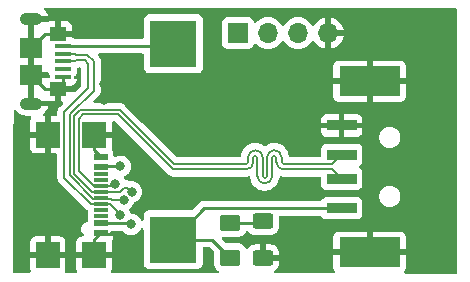
<source format=gbr>
%TF.GenerationSoftware,KiCad,Pcbnew,7.0.1*%
%TF.CreationDate,2024-02-20T00:05:38-05:00*%
%TF.ProjectId,usb test board,75736220-7465-4737-9420-626f6172642e,rev?*%
%TF.SameCoordinates,Original*%
%TF.FileFunction,Copper,L1,Top*%
%TF.FilePolarity,Positive*%
%FSLAX46Y46*%
G04 Gerber Fmt 4.6, Leading zero omitted, Abs format (unit mm)*
G04 Created by KiCad (PCBNEW 7.0.1) date 2024-02-20 00:05:38*
%MOMM*%
%LPD*%
G01*
G04 APERTURE LIST*
G04 Aperture macros list*
%AMRoundRect*
0 Rectangle with rounded corners*
0 $1 Rounding radius*
0 $2 $3 $4 $5 $6 $7 $8 $9 X,Y pos of 4 corners*
0 Add a 4 corners polygon primitive as box body*
4,1,4,$2,$3,$4,$5,$6,$7,$8,$9,$2,$3,0*
0 Add four circle primitives for the rounded corners*
1,1,$1+$1,$2,$3*
1,1,$1+$1,$4,$5*
1,1,$1+$1,$6,$7*
1,1,$1+$1,$8,$9*
0 Add four rect primitives between the rounded corners*
20,1,$1+$1,$2,$3,$4,$5,0*
20,1,$1+$1,$4,$5,$6,$7,0*
20,1,$1+$1,$6,$7,$8,$9,0*
20,1,$1+$1,$8,$9,$2,$3,0*%
G04 Aperture macros list end*
%TA.AperFunction,SMDPad,CuDef*%
%ADD10R,4.000000X4.000000*%
%TD*%
%TA.AperFunction,SMDPad,CuDef*%
%ADD11RoundRect,0.250000X0.625000X-0.400000X0.625000X0.400000X-0.625000X0.400000X-0.625000X-0.400000X0*%
%TD*%
%TA.AperFunction,ComponentPad*%
%ADD12C,2.000000*%
%TD*%
%TA.AperFunction,SMDPad,CuDef*%
%ADD13R,2.500000X0.900000*%
%TD*%
%TA.AperFunction,SMDPad,CuDef*%
%ADD14R,5.150000X2.500000*%
%TD*%
%TA.AperFunction,ComponentPad*%
%ADD15R,1.700000X1.700000*%
%TD*%
%TA.AperFunction,ComponentPad*%
%ADD16O,1.700000X1.700000*%
%TD*%
%TA.AperFunction,SMDPad,CuDef*%
%ADD17RoundRect,0.250001X-0.624999X0.462499X-0.624999X-0.462499X0.624999X-0.462499X0.624999X0.462499X0*%
%TD*%
%TA.AperFunction,SMDPad,CuDef*%
%ADD18R,1.400000X0.400000*%
%TD*%
%TA.AperFunction,ComponentPad*%
%ADD19O,1.900000X1.050000*%
%TD*%
%TA.AperFunction,SMDPad,CuDef*%
%ADD20R,1.450000X1.150000*%
%TD*%
%TA.AperFunction,SMDPad,CuDef*%
%ADD21R,1.900000X1.750000*%
%TD*%
%TA.AperFunction,SMDPad,CuDef*%
%ADD22R,1.150000X0.600000*%
%TD*%
%TA.AperFunction,SMDPad,CuDef*%
%ADD23R,1.150000X0.300000*%
%TD*%
%TA.AperFunction,SMDPad,CuDef*%
%ADD24R,2.000000X2.180000*%
%TD*%
%TA.AperFunction,ViaPad*%
%ADD25C,0.800000*%
%TD*%
%TA.AperFunction,Conductor*%
%ADD26C,0.200000*%
%TD*%
%TA.AperFunction,Conductor*%
%ADD27C,0.250000*%
%TD*%
G04 APERTURE END LIST*
D10*
%TO.P,TP1,1,1*%
%TO.N,/VCC_5V*%
X99833000Y-92464000D03*
%TD*%
D11*
%TO.P,R1,1*%
%TO.N,GND*%
X107418000Y-110596000D03*
%TO.P,R1,2*%
%TO.N,Net-(D1-K)*%
X107418000Y-107496000D03*
%TD*%
D12*
%TO.P,J3,1,Pin_1*%
%TO.N,/VCC_5V*%
X99400000Y-92020000D03*
%TD*%
D10*
%TO.P,TP2,1,1*%
%TO.N,/5V*%
X99801000Y-109031000D03*
%TD*%
D12*
%TO.P,J4,1,Pin_1*%
%TO.N,/5V*%
X99350000Y-109480000D03*
%TD*%
D13*
%TO.P,J2,1,1*%
%TO.N,/5V*%
X114065000Y-106373000D03*
%TO.P,J2,2,2*%
%TO.N,/DN*%
X114065000Y-103873000D03*
%TO.P,J2,3,3*%
%TO.N,/DP*%
X114065000Y-101873000D03*
%TO.P,J2,4,4*%
%TO.N,GND*%
X114065000Y-99373000D03*
D14*
%TO.P,J2,SH1,SHIELD*%
X116440000Y-110123000D03*
%TO.P,J2,SH2,SHIELD*%
X116440000Y-95623000D03*
%TD*%
D15*
%TO.P,J1,1,Pin_1*%
%TO.N,/5V*%
X105299000Y-91551000D03*
D16*
%TO.P,J1,2,Pin_2*%
%TO.N,/DN*%
X107839000Y-91551000D03*
%TO.P,J1,3,Pin_3*%
%TO.N,/DP*%
X110379000Y-91551000D03*
%TO.P,J1,4,Pin_4*%
%TO.N,GND*%
X112919000Y-91551000D03*
%TD*%
D17*
%TO.P,D1,1,K*%
%TO.N,Net-(D1-K)*%
X104649000Y-107591500D03*
%TO.P,D1,2,A*%
%TO.N,/5V*%
X104649000Y-110566500D03*
%TD*%
D18*
%TO.P,J6,1,VBUS*%
%TO.N,/VCC_5V*%
X90452000Y-92641000D03*
%TO.P,J6,2,D-*%
%TO.N,/DN*%
X90452000Y-93291000D03*
%TO.P,J6,3,D+*%
%TO.N,/DP*%
X90452000Y-93941000D03*
%TO.P,J6,4,ID*%
%TO.N,unconnected-(J6-ID-Pad4)*%
X90452000Y-94591000D03*
%TO.P,J6,5,GND*%
%TO.N,GND*%
X90452000Y-95241000D03*
D19*
%TO.P,J6,6,Shield*%
X87802000Y-90366000D03*
D20*
X90032000Y-91621000D03*
D21*
X87802000Y-92816000D03*
X87802000Y-95066000D03*
D20*
X90032000Y-96261000D03*
D19*
X87802000Y-97516000D03*
%TD*%
D22*
%TO.P,J5,A1/B12,GND*%
%TO.N,GND*%
X93683500Y-102052000D03*
%TO.P,J5,A4/B9,VBUS*%
%TO.N,/VCC_5V*%
X93683500Y-102852000D03*
D23*
%TO.P,J5,A5,CC1*%
%TO.N,unconnected-(J5-CC1-PadA5)*%
X93683500Y-104002000D03*
%TO.P,J5,A6,DP1*%
%TO.N,/DP*%
X93683500Y-105002000D03*
%TO.P,J5,A7,DN1*%
%TO.N,/DN*%
X93683500Y-105502000D03*
%TO.P,J5,A8,SBU1*%
%TO.N,unconnected-(J5-SBU1-PadA8)*%
X93683500Y-106502000D03*
D22*
%TO.P,J5,B1/A12,GND*%
%TO.N,GND*%
X93683500Y-108452000D03*
%TO.P,J5,B4/A9,VBUS*%
%TO.N,/VCC_5V*%
X93683500Y-107652000D03*
D23*
%TO.P,J5,B5,CC2*%
%TO.N,unconnected-(J5-CC2-PadB5)*%
X93683500Y-107002000D03*
%TO.P,J5,B6,DP2*%
%TO.N,/DP*%
X93683500Y-106002000D03*
%TO.P,J5,B7,DN2*%
%TO.N,/DN*%
X93683500Y-104502000D03*
%TO.P,J5,B8,SBU2*%
%TO.N,unconnected-(J5-SBU2-PadB8)*%
X93683500Y-103502000D03*
D24*
%TO.P,J5,S1,GND*%
%TO.N,GND*%
X93108500Y-100142000D03*
%TO.P,J5,S2,GND*%
X93108500Y-110362000D03*
%TO.P,J5,S3,GND*%
X89178500Y-100142000D03*
%TO.P,J5,S4,GND*%
X89178500Y-110362000D03*
%TD*%
D25*
%TO.N,/DN*%
X114065000Y-103873000D03*
X94925000Y-104350499D03*
X95615942Y-105657977D03*
%TO.N,/DP*%
X95300000Y-106977500D03*
X96300500Y-105000001D03*
%TO.N,GND*%
X104165000Y-99196000D03*
X122972000Y-92261000D03*
X105321000Y-105071000D03*
X123044000Y-94091000D03*
X121671000Y-111260000D03*
X117024000Y-90166000D03*
X122948000Y-97992000D03*
X87189000Y-100039000D03*
X93956000Y-97221000D03*
X121984000Y-90214000D03*
X109800000Y-105071000D03*
X98218000Y-99123000D03*
X87285000Y-101748000D03*
X122972000Y-104758000D03*
X102359000Y-99172000D03*
X122996000Y-102687000D03*
X96250000Y-109425000D03*
X93739000Y-90190000D03*
X123020000Y-100327000D03*
X119769000Y-90190000D03*
X102359000Y-96378000D03*
X95737000Y-90262000D03*
X87261000Y-103530000D03*
X122948000Y-110489000D03*
X93932000Y-95825000D03*
X87189000Y-108394000D03*
X96243000Y-111139000D03*
X110113000Y-111236000D03*
X87021000Y-111091000D03*
X100385000Y-99148000D03*
X123020000Y-95752000D03*
X122924000Y-108033000D03*
X114065000Y-99373000D03*
X112040000Y-111212000D03*
X100650000Y-105023000D03*
X87165000Y-106058000D03*
%TO.N,/5V*%
X114065000Y-106373000D03*
%TO.N,/VCC_5V*%
X95332000Y-102833000D03*
X96250000Y-107750000D03*
%TO.N,/DP*%
X114065000Y-101873000D03*
%TD*%
D26*
%TO.N,/DN*%
X109175000Y-103098001D02*
X113290001Y-103098001D01*
X108549998Y-102086155D02*
X108549998Y-102472999D01*
X108199998Y-102472999D02*
X108199998Y-102086155D01*
X106949994Y-103098001D02*
X106949994Y-103659845D01*
X106949994Y-102086155D02*
X106949994Y-103098001D01*
X106599994Y-102472999D02*
X106599994Y-102086155D01*
X95156800Y-98425000D02*
X99829801Y-103098001D01*
X92218200Y-98425000D02*
X95156800Y-98425000D01*
X91858508Y-98784692D02*
X92218200Y-98425000D01*
X94925000Y-104350499D02*
X94925000Y-104475000D01*
X108550045Y-102086155D02*
G75*
G03*
X108374998Y-101911155I-175045J-45D01*
G01*
X108374998Y-101911198D02*
G75*
G03*
X108199998Y-102086155I2J-175002D01*
G01*
X106949953Y-103659845D02*
G75*
G03*
X107574996Y-104284847I625047J45D01*
G01*
X93103053Y-104500000D02*
X91858508Y-103255455D01*
X106950045Y-102086155D02*
G75*
G03*
X106774994Y-101911155I-175045J-45D01*
G01*
X105974992Y-103097994D02*
G75*
G03*
X106599994Y-102472999I8J624994D01*
G01*
%TO.N,/DP*%
X109175000Y-102647999D02*
X113290001Y-102647999D01*
%TO.N,/DN*%
X94900000Y-104500000D02*
X93103053Y-104500000D01*
%TO.N,/DP*%
X107749996Y-102472999D02*
X107749996Y-102086155D01*
X107749996Y-103659845D02*
X107749996Y-102472999D01*
%TO.N,/DN*%
X94925000Y-104475000D02*
X94900000Y-104500000D01*
X108199998Y-103659845D02*
X108199998Y-102472999D01*
%TO.N,/DP*%
X107399996Y-103098001D02*
X107399996Y-103659845D01*
X106149992Y-102472999D02*
X106149992Y-102086155D01*
%TO.N,/DN*%
X107574996Y-104284798D02*
G75*
G03*
X108199998Y-103659845I4J624998D01*
G01*
%TO.N,/DP*%
X99874773Y-102647999D02*
X105974992Y-102647999D01*
X91931800Y-98075000D02*
X95301774Y-98075000D01*
X91408508Y-98598292D02*
X91931800Y-98075000D01*
%TO.N,/DN*%
X106774994Y-101911194D02*
G75*
G03*
X106599994Y-102086155I6J-175006D01*
G01*
%TO.N,/DP*%
X95650000Y-104625000D02*
X95274501Y-105000499D01*
%TO.N,/DN*%
X99829801Y-103098001D02*
X105974992Y-103098001D01*
%TO.N,/DP*%
X95925499Y-104625000D02*
X95650000Y-104625000D01*
%TO.N,/DN*%
X113290001Y-103098001D02*
X114065000Y-103873000D01*
%TO.N,/DP*%
X96300500Y-105000001D02*
X95925499Y-104625000D01*
X109000001Y-102472999D02*
G75*
G03*
X109175000Y-102647999I174999J-1D01*
G01*
X109000000Y-102086155D02*
X109000000Y-102472999D01*
X109000047Y-102086155D02*
G75*
G03*
X108374998Y-101461153I-625047J-45D01*
G01*
X113290001Y-102647999D02*
X114065000Y-101873000D01*
X107574996Y-103834796D02*
G75*
G03*
X107749996Y-103659845I4J174996D01*
G01*
X107399955Y-103659845D02*
G75*
G03*
X107574996Y-103834845I175045J45D01*
G01*
X95274501Y-105000499D02*
X92967152Y-105000499D01*
X105974992Y-102647992D02*
G75*
G03*
X106149992Y-102472999I8J174992D01*
G01*
X92967152Y-105000499D02*
X91408508Y-103441855D01*
X95301774Y-98075000D02*
X99874773Y-102647999D01*
%TO.N,/DN*%
X108549999Y-102472999D02*
G75*
G03*
X109175000Y-103098001I625001J-1D01*
G01*
%TO.N,/DP*%
X106774994Y-101461192D02*
G75*
G03*
X106149992Y-102086155I6J-625008D01*
G01*
X107400047Y-102086155D02*
G75*
G03*
X106774994Y-101461153I-625047J-45D01*
G01*
X107399996Y-102086155D02*
X107399996Y-103098001D01*
%TO.N,/DN*%
X91858508Y-103255455D02*
X91858508Y-98784692D01*
%TO.N,/DP*%
X108374998Y-101461196D02*
G75*
G03*
X107749996Y-102086155I2J-625004D01*
G01*
X91408508Y-103441855D02*
X91408508Y-98598292D01*
%TO.N,/DN*%
X91502001Y-93291000D02*
X90452000Y-93291000D01*
X92509200Y-93391000D02*
X91602001Y-93391000D01*
X93075000Y-93956800D02*
X92509200Y-93391000D01*
X93075000Y-96418200D02*
X93075000Y-93956800D01*
X91602001Y-93391000D02*
X91502001Y-93291000D01*
X91059008Y-98434192D02*
X93075000Y-96418200D01*
X93063826Y-105602000D02*
X91059008Y-103597182D01*
X91059008Y-103597182D02*
X91059008Y-98434192D01*
X94602952Y-105657977D02*
X94546975Y-105602000D01*
X95615942Y-105657977D02*
X94602952Y-105657977D01*
X94546975Y-105602000D02*
X93063826Y-105602000D01*
%TO.N,/DP*%
X91602001Y-93841000D02*
X91502001Y-93941000D01*
X92322800Y-93841000D02*
X91602001Y-93841000D01*
X92625000Y-94143200D02*
X92322800Y-93841000D01*
X92625000Y-96231800D02*
X92625000Y-94143200D01*
X90609008Y-98247792D02*
X92625000Y-96231800D01*
X90609008Y-103152208D02*
X90609008Y-98247792D01*
X90609017Y-103152217D02*
X90609008Y-103152208D01*
X95300000Y-106850000D02*
X94452000Y-106002000D01*
X95300000Y-106977500D02*
X95300000Y-106850000D01*
X91502001Y-93941000D02*
X90452000Y-93941000D01*
X92827457Y-106002000D02*
X90609017Y-103783560D01*
X90609017Y-103783560D02*
X90609017Y-103152217D01*
X94452000Y-106002000D02*
X92827457Y-106002000D01*
D27*
%TO.N,/VCC_5V*%
X96250000Y-107750000D02*
X96152000Y-107652000D01*
X96152000Y-107652000D02*
X93683500Y-107652000D01*
%TO.N,Net-(D1-K)*%
X107322500Y-107591500D02*
X107418000Y-107496000D01*
X104649000Y-107591500D02*
X107322500Y-107591500D01*
%TO.N,GND*%
X90032000Y-91621000D02*
X88997000Y-91621000D01*
X93108500Y-101477000D02*
X93683500Y-102052000D01*
X90452000Y-95241000D02*
X90452000Y-95841000D01*
X90032000Y-96261000D02*
X88997000Y-96261000D01*
X93108500Y-109027000D02*
X93683500Y-108452000D01*
X88997000Y-91621000D02*
X87802000Y-92816000D01*
X90452000Y-95841000D02*
X90032000Y-96261000D01*
X93108500Y-100142000D02*
X93108500Y-101477000D01*
X93108500Y-110362000D02*
X93108500Y-109027000D01*
X88997000Y-96261000D02*
X87802000Y-95066000D01*
%TO.N,/5V*%
X103113500Y-109031000D02*
X104649000Y-110566500D01*
X102459000Y-106373000D02*
X99801000Y-109031000D01*
X114065000Y-106373000D02*
X102459000Y-106373000D01*
X99801000Y-109031000D02*
X103113500Y-109031000D01*
%TO.N,/VCC_5V*%
X99833000Y-92464000D02*
X99656000Y-92641000D01*
X99656000Y-92641000D02*
X90452000Y-92641000D01*
X95332000Y-102833000D02*
X93702500Y-102833000D01*
X93702500Y-102833000D02*
X93683500Y-102852000D01*
%TD*%
%TA.AperFunction,Conductor*%
%TO.N,GND*%
G36*
X123750026Y-89455771D02*
G01*
X123811986Y-89472494D01*
X123857288Y-89517955D01*
X123873795Y-89579975D01*
X123837207Y-111806696D01*
X123820108Y-111869326D01*
X123773707Y-111914731D01*
X123710721Y-111930467D01*
X123089013Y-111918000D01*
X123088999Y-111917999D01*
X119483640Y-111911940D01*
X119418551Y-111893354D01*
X119372920Y-111843352D01*
X119360349Y-111776836D01*
X119384585Y-111713630D01*
X119458351Y-111615091D01*
X119508597Y-111480375D01*
X119515000Y-111420824D01*
X119515000Y-110373000D01*
X113365000Y-110373000D01*
X113365000Y-111420824D01*
X113371402Y-111480375D01*
X113421648Y-111615091D01*
X113487746Y-111703387D01*
X113511990Y-111766697D01*
X113499316Y-111833295D01*
X113453513Y-111883274D01*
X113388271Y-111901696D01*
X112688772Y-111900521D01*
X108453748Y-111893404D01*
X108392437Y-111877067D01*
X108347234Y-111832541D01*
X108329973Y-111771484D01*
X108345176Y-111709882D01*
X108388860Y-111663865D01*
X108511345Y-111588316D01*
X108635316Y-111464345D01*
X108727357Y-111315122D01*
X108782506Y-111148696D01*
X108793000Y-111045979D01*
X108793000Y-110846000D01*
X107292000Y-110846000D01*
X107230000Y-110829387D01*
X107184613Y-110784000D01*
X107168000Y-110722000D01*
X107168000Y-109446001D01*
X106743021Y-109446001D01*
X106640304Y-109456493D01*
X106473877Y-109511642D01*
X106324654Y-109603683D01*
X106200681Y-109727656D01*
X106167704Y-109781121D01*
X106122597Y-109824302D01*
X106062166Y-109840024D01*
X106001734Y-109824301D01*
X105956628Y-109781121D01*
X105866711Y-109635344D01*
X105742655Y-109511288D01*
X105636808Y-109446000D01*
X107668000Y-109446000D01*
X107668000Y-110346000D01*
X108792999Y-110346000D01*
X108792999Y-110146021D01*
X108782506Y-110043304D01*
X108727357Y-109876877D01*
X108724966Y-109873000D01*
X113365000Y-109873000D01*
X116190000Y-109873000D01*
X116190000Y-108373000D01*
X116690000Y-108373000D01*
X116690000Y-109873000D01*
X119515000Y-109873000D01*
X119515000Y-108825176D01*
X119508597Y-108765624D01*
X119458352Y-108630910D01*
X119372188Y-108515811D01*
X119257089Y-108429647D01*
X119122375Y-108379402D01*
X119062824Y-108373000D01*
X116690000Y-108373000D01*
X116190000Y-108373000D01*
X113817176Y-108373000D01*
X113757624Y-108379402D01*
X113622910Y-108429647D01*
X113507811Y-108515811D01*
X113421647Y-108630910D01*
X113371402Y-108765624D01*
X113365000Y-108825176D01*
X113365000Y-109873000D01*
X108724966Y-109873000D01*
X108635316Y-109727654D01*
X108511345Y-109603683D01*
X108362122Y-109511642D01*
X108195696Y-109456493D01*
X108092979Y-109446000D01*
X107668000Y-109446000D01*
X105636808Y-109446000D01*
X105593336Y-109419186D01*
X105426797Y-109364000D01*
X105324008Y-109353500D01*
X104371953Y-109353500D01*
X104324500Y-109344061D01*
X104284272Y-109317181D01*
X103983272Y-109016181D01*
X103953022Y-108966818D01*
X103948480Y-108909102D01*
X103970635Y-108855615D01*
X104014658Y-108818015D01*
X104070953Y-108804500D01*
X105324008Y-108804500D01*
X105426797Y-108793999D01*
X105426797Y-108793998D01*
X105593334Y-108738814D01*
X105653019Y-108702000D01*
X105742655Y-108646711D01*
X105866711Y-108522655D01*
X105909984Y-108452499D01*
X105958814Y-108373334D01*
X105961430Y-108365436D01*
X106000817Y-108308304D01*
X106064737Y-108281279D01*
X106133168Y-108292831D01*
X106184674Y-108339342D01*
X106200288Y-108364656D01*
X106265279Y-108429647D01*
X106324345Y-108488713D01*
X106379375Y-108522655D01*
X106473666Y-108580814D01*
X106565196Y-108611144D01*
X106640202Y-108635999D01*
X106650702Y-108637071D01*
X106742991Y-108646500D01*
X108093008Y-108646499D01*
X108195797Y-108635999D01*
X108362334Y-108580814D01*
X108511656Y-108488712D01*
X108635712Y-108364656D01*
X108727814Y-108215334D01*
X108782999Y-108048797D01*
X108793500Y-107946009D01*
X108793499Y-107122499D01*
X108810112Y-107060500D01*
X108855499Y-107015113D01*
X108917499Y-106998500D01*
X112260182Y-106998500D01*
X112308996Y-107008512D01*
X112349926Y-107036932D01*
X112359326Y-107051950D01*
X112360519Y-107051058D01*
X112414000Y-107122500D01*
X112457454Y-107180546D01*
X112572669Y-107266796D01*
X112707517Y-107317091D01*
X112767127Y-107323500D01*
X115362872Y-107323499D01*
X115422483Y-107317091D01*
X115557331Y-107266796D01*
X115672546Y-107180546D01*
X115758796Y-107065331D01*
X115809091Y-106930483D01*
X115815500Y-106870873D01*
X115815499Y-105875128D01*
X115809091Y-105815517D01*
X115758796Y-105680669D01*
X115672546Y-105565454D01*
X115557331Y-105479204D01*
X115526348Y-105467648D01*
X117244500Y-105467648D01*
X117283855Y-105652802D01*
X117360848Y-105825730D01*
X117472110Y-105978870D01*
X117612783Y-106105533D01*
X117776715Y-106200179D01*
X117863363Y-106228332D01*
X117956744Y-106258674D01*
X118097808Y-106273500D01*
X118192189Y-106273500D01*
X118192192Y-106273500D01*
X118333256Y-106258674D01*
X118513284Y-106200179D01*
X118677216Y-106105533D01*
X118817888Y-105978871D01*
X118841002Y-105947058D01*
X118929151Y-105825730D01*
X118957376Y-105762336D01*
X119006144Y-105652803D01*
X119019262Y-105591084D01*
X119045500Y-105467648D01*
X119045500Y-105278352D01*
X119006144Y-105093197D01*
X118929151Y-104920269D01*
X118817889Y-104767129D01*
X118677216Y-104640466D01*
X118513284Y-104545820D01*
X118333257Y-104487326D01*
X118297990Y-104483619D01*
X118192192Y-104472500D01*
X118097808Y-104472500D01*
X118013169Y-104481395D01*
X117956742Y-104487326D01*
X117776715Y-104545820D01*
X117612783Y-104640466D01*
X117472110Y-104767129D01*
X117360848Y-104920269D01*
X117283855Y-105093197D01*
X117244500Y-105278352D01*
X117244500Y-105467648D01*
X115526348Y-105467648D01*
X115422483Y-105428909D01*
X115362873Y-105422500D01*
X115362869Y-105422500D01*
X112767130Y-105422500D01*
X112707515Y-105428909D01*
X112572669Y-105479204D01*
X112457453Y-105565454D01*
X112360519Y-105694942D01*
X112359326Y-105694049D01*
X112349926Y-105709068D01*
X112308996Y-105737488D01*
X112260182Y-105747500D01*
X102541744Y-105747500D01*
X102521236Y-105745235D01*
X102451113Y-105747439D01*
X102447219Y-105747500D01*
X102419650Y-105747500D01*
X102415671Y-105748002D01*
X102404041Y-105748917D01*
X102360372Y-105750289D01*
X102341128Y-105755880D01*
X102322084Y-105759824D01*
X102302208Y-105762335D01*
X102261600Y-105778413D01*
X102250554Y-105782194D01*
X102208610Y-105794382D01*
X102208607Y-105794383D01*
X102191365Y-105804579D01*
X102173904Y-105813133D01*
X102155267Y-105820512D01*
X102119931Y-105846185D01*
X102110174Y-105852595D01*
X102072580Y-105874829D01*
X102058413Y-105888996D01*
X102043624Y-105901626D01*
X102027413Y-105913404D01*
X101999572Y-105947058D01*
X101991711Y-105955697D01*
X101453227Y-106494181D01*
X101412999Y-106521061D01*
X101365546Y-106530500D01*
X97753130Y-106530500D01*
X97693515Y-106536909D01*
X97558669Y-106587204D01*
X97443454Y-106673454D01*
X97357204Y-106788668D01*
X97306909Y-106923516D01*
X97300500Y-106983131D01*
X97300500Y-107305744D01*
X97283887Y-107367744D01*
X97238500Y-107413131D01*
X97176500Y-107429744D01*
X97114500Y-107413131D01*
X97069113Y-107367744D01*
X96982533Y-107217784D01*
X96855870Y-107077110D01*
X96702730Y-106965848D01*
X96529802Y-106888855D01*
X96344648Y-106849500D01*
X96344646Y-106849500D01*
X96295343Y-106849500D01*
X96244908Y-106838780D01*
X96203193Y-106808472D01*
X96177413Y-106763820D01*
X96127179Y-106609216D01*
X96127179Y-106609215D01*
X96097754Y-106558250D01*
X96081217Y-106500578D01*
X96093691Y-106441892D01*
X96132256Y-106395932D01*
X96158028Y-106377207D01*
X96221813Y-106330865D01*
X96348475Y-106190193D01*
X96443121Y-106026261D01*
X96468449Y-105948306D01*
X96503409Y-105894473D01*
X96560600Y-105865332D01*
X96580303Y-105861145D01*
X96580304Y-105861144D01*
X96580306Y-105861144D01*
X96753230Y-105784152D01*
X96906370Y-105672890D01*
X96924457Y-105652803D01*
X97033033Y-105532217D01*
X97127679Y-105368285D01*
X97186174Y-105188257D01*
X97205960Y-105000001D01*
X97186174Y-104811745D01*
X97127679Y-104631717D01*
X97127679Y-104631716D01*
X97033033Y-104467784D01*
X96906370Y-104327111D01*
X96753230Y-104215849D01*
X96580302Y-104138856D01*
X96395148Y-104099501D01*
X96395146Y-104099501D01*
X96250680Y-104099501D01*
X96203227Y-104090062D01*
X96082261Y-104039956D01*
X96004829Y-104029762D01*
X95995599Y-104028546D01*
X95925499Y-104019317D01*
X95897662Y-104022982D01*
X95894196Y-104023439D01*
X95878012Y-104024500D01*
X95848184Y-104024500D01*
X95786184Y-104007887D01*
X95740797Y-103962500D01*
X95660024Y-103822597D01*
X95643487Y-103756269D01*
X95664611Y-103691257D01*
X95716975Y-103647317D01*
X95784730Y-103617151D01*
X95784730Y-103617150D01*
X95784732Y-103617150D01*
X95937870Y-103505889D01*
X95953046Y-103489035D01*
X96064533Y-103365216D01*
X96159179Y-103201284D01*
X96217674Y-103021256D01*
X96237460Y-102833000D01*
X96217674Y-102644744D01*
X96159179Y-102464716D01*
X96159179Y-102464715D01*
X96064533Y-102300783D01*
X95937870Y-102160110D01*
X95784730Y-102048848D01*
X95611802Y-101971855D01*
X95426648Y-101932500D01*
X95426646Y-101932500D01*
X95237354Y-101932500D01*
X95237352Y-101932500D01*
X95052201Y-101971854D01*
X94932936Y-102024955D01*
X94872771Y-102035293D01*
X94814965Y-102015670D01*
X94773527Y-101970843D01*
X94758500Y-101911675D01*
X94758500Y-101704176D01*
X94752097Y-101644624D01*
X94701852Y-101509911D01*
X94627831Y-101411031D01*
X94607516Y-101369526D01*
X94603808Y-101323465D01*
X94608500Y-101279823D01*
X94608500Y-100392000D01*
X92982500Y-100392000D01*
X92920500Y-100375387D01*
X92875113Y-100330000D01*
X92858500Y-100268000D01*
X92858500Y-100016000D01*
X92875113Y-99954000D01*
X92920500Y-99908613D01*
X92982500Y-99892000D01*
X94608500Y-99892000D01*
X94608500Y-99149500D01*
X94625113Y-99087500D01*
X94670500Y-99042113D01*
X94732500Y-99025500D01*
X94856703Y-99025500D01*
X94904156Y-99034939D01*
X94944384Y-99061819D01*
X99371600Y-103489035D01*
X99382295Y-103501230D01*
X99401518Y-103526283D01*
X99508948Y-103608716D01*
X99526960Y-103622537D01*
X99673039Y-103683045D01*
X99798499Y-103699562D01*
X99829800Y-103703683D01*
X99829800Y-103703682D01*
X99829801Y-103703683D01*
X99861103Y-103699561D01*
X99877288Y-103698501D01*
X106022943Y-103698501D01*
X106023039Y-103698494D01*
X106071434Y-103698495D01*
X106211248Y-103676352D01*
X106275080Y-103683060D01*
X106327007Y-103720785D01*
X106353116Y-103779419D01*
X106379646Y-103946855D01*
X106439263Y-104130304D01*
X106482857Y-104215850D01*
X106526835Y-104302151D01*
X106526849Y-104302177D01*
X106640233Y-104458225D01*
X106776633Y-104594616D01*
X106776636Y-104594618D01*
X106932695Y-104707996D01*
X107104568Y-104795566D01*
X107104570Y-104795566D01*
X107104571Y-104795567D01*
X107288023Y-104855172D01*
X107478541Y-104885347D01*
X107478544Y-104885347D01*
X107574992Y-104885347D01*
X107647906Y-104885347D01*
X107662743Y-104885347D01*
X107663147Y-104885298D01*
X107671435Y-104885298D01*
X107671437Y-104885298D01*
X107861952Y-104855126D01*
X108045402Y-104795524D01*
X108217270Y-104707958D01*
X108373324Y-104594586D01*
X108509723Y-104458198D01*
X108623108Y-104302152D01*
X108710687Y-104130291D01*
X108770304Y-103946846D01*
X108796833Y-103779415D01*
X108822941Y-103720784D01*
X108874869Y-103683059D01*
X108938702Y-103676351D01*
X109078549Y-103698501D01*
X109078551Y-103698501D01*
X109135639Y-103698501D01*
X109175000Y-103698501D01*
X109247914Y-103698501D01*
X112190500Y-103698501D01*
X112252500Y-103715114D01*
X112297887Y-103760501D01*
X112314500Y-103822501D01*
X112314500Y-104370869D01*
X112320909Y-104430484D01*
X112331246Y-104458198D01*
X112371204Y-104565331D01*
X112457454Y-104680546D01*
X112572669Y-104766796D01*
X112707517Y-104817091D01*
X112767127Y-104823500D01*
X115362872Y-104823499D01*
X115422483Y-104817091D01*
X115557331Y-104766796D01*
X115672546Y-104680546D01*
X115758796Y-104565331D01*
X115809091Y-104430483D01*
X115815500Y-104370873D01*
X115815499Y-103375128D01*
X115809091Y-103315517D01*
X115758796Y-103180669D01*
X115672546Y-103065454D01*
X115557331Y-102979204D01*
X115557328Y-102979203D01*
X115548063Y-102972267D01*
X115511490Y-102928504D01*
X115498374Y-102873000D01*
X115511490Y-102817496D01*
X115548063Y-102773733D01*
X115557328Y-102766797D01*
X115557331Y-102766796D01*
X115672546Y-102680546D01*
X115758796Y-102565331D01*
X115809091Y-102430483D01*
X115815500Y-102370873D01*
X115815499Y-101375128D01*
X115809091Y-101315517D01*
X115758796Y-101180669D01*
X115672546Y-101065454D01*
X115557331Y-100979204D01*
X115422483Y-100928909D01*
X115362873Y-100922500D01*
X115362869Y-100922500D01*
X112767130Y-100922500D01*
X112707515Y-100928909D01*
X112572669Y-100979204D01*
X112457454Y-101065454D01*
X112371204Y-101180668D01*
X112320909Y-101315515D01*
X112320909Y-101315517D01*
X112314500Y-101375127D01*
X112314500Y-101704176D01*
X112314501Y-101923499D01*
X112297888Y-101985499D01*
X112252501Y-102030886D01*
X112190501Y-102047499D01*
X109715604Y-102047499D01*
X109659311Y-102033985D01*
X109615289Y-101996389D01*
X109593132Y-101942905D01*
X109570353Y-101799144D01*
X109568681Y-101794000D01*
X109510734Y-101615691D01*
X109423151Y-101443823D01*
X109309762Y-101287771D01*
X109309760Y-101287768D01*
X109173358Y-101151376D01*
X109017299Y-101038000D01*
X108845426Y-100950432D01*
X108845425Y-100950431D01*
X108845424Y-100950431D01*
X108750258Y-100919511D01*
X108661968Y-100890826D01*
X108623862Y-100884791D01*
X108471445Y-100860652D01*
X108471441Y-100860652D01*
X108374996Y-100860653D01*
X108287341Y-100860653D01*
X108287001Y-100860695D01*
X108278549Y-100860695D01*
X108088036Y-100890868D01*
X107904590Y-100950471D01*
X107732715Y-101038042D01*
X107647918Y-101099647D01*
X107600816Y-101120618D01*
X107549257Y-101120618D01*
X107502154Y-101099648D01*
X107455087Y-101065454D01*
X107417294Y-101037998D01*
X107417293Y-101037997D01*
X107417291Y-101037996D01*
X107245421Y-100950430D01*
X107159458Y-100922501D01*
X107061960Y-100890824D01*
X106871437Y-100860651D01*
X106871434Y-100860651D01*
X106774987Y-100860653D01*
X106687159Y-100860653D01*
X106686847Y-100860692D01*
X106678542Y-100860692D01*
X106488029Y-100890866D01*
X106304583Y-100950470D01*
X106132712Y-101038039D01*
X105976661Y-101151412D01*
X105840259Y-101287805D01*
X105726879Y-101443846D01*
X105639300Y-101615708D01*
X105579684Y-101799155D01*
X105562310Y-101908807D01*
X105559983Y-101923499D01*
X105556908Y-101942904D01*
X105534751Y-101996389D01*
X105490729Y-102033985D01*
X105434436Y-102047499D01*
X100174870Y-102047499D01*
X100127417Y-102038060D01*
X100087189Y-102011180D01*
X98543657Y-100467648D01*
X117244500Y-100467648D01*
X117283855Y-100652802D01*
X117360848Y-100825730D01*
X117472110Y-100978870D01*
X117612783Y-101105533D01*
X117776715Y-101200179D01*
X117863363Y-101228332D01*
X117956744Y-101258674D01*
X118097808Y-101273500D01*
X118192189Y-101273500D01*
X118192192Y-101273500D01*
X118333256Y-101258674D01*
X118513284Y-101200179D01*
X118677216Y-101105533D01*
X118817888Y-100978871D01*
X118838523Y-100950470D01*
X118929151Y-100825730D01*
X119006144Y-100652802D01*
X119045500Y-100467648D01*
X119045500Y-100278352D01*
X119006144Y-100093197D01*
X118929151Y-99920269D01*
X118817889Y-99767129D01*
X118677216Y-99640466D01*
X118513284Y-99545820D01*
X118333257Y-99487326D01*
X118297989Y-99483619D01*
X118192192Y-99472500D01*
X118097808Y-99472500D01*
X118013169Y-99481395D01*
X117956742Y-99487326D01*
X117776715Y-99545820D01*
X117612783Y-99640466D01*
X117472110Y-99767129D01*
X117360848Y-99920269D01*
X117283855Y-100093197D01*
X117244500Y-100278352D01*
X117244500Y-100467648D01*
X98543657Y-100467648D01*
X97699009Y-99623000D01*
X112315000Y-99623000D01*
X112315000Y-99870824D01*
X112321402Y-99930375D01*
X112371647Y-100065089D01*
X112457811Y-100180188D01*
X112572910Y-100266352D01*
X112707624Y-100316597D01*
X112767176Y-100323000D01*
X113815000Y-100323000D01*
X113815000Y-99623000D01*
X114315000Y-99623000D01*
X114315000Y-100323000D01*
X115362824Y-100323000D01*
X115422375Y-100316597D01*
X115557089Y-100266352D01*
X115672188Y-100180188D01*
X115758352Y-100065089D01*
X115808597Y-99930375D01*
X115815000Y-99870824D01*
X115815000Y-99623000D01*
X114315000Y-99623000D01*
X113815000Y-99623000D01*
X112315000Y-99623000D01*
X97699009Y-99623000D01*
X97199009Y-99123000D01*
X112315000Y-99123000D01*
X113815000Y-99123000D01*
X113815000Y-98423000D01*
X114315000Y-98423000D01*
X114315000Y-99123000D01*
X115815000Y-99123000D01*
X115815000Y-98875176D01*
X115808597Y-98815624D01*
X115758352Y-98680910D01*
X115672188Y-98565811D01*
X115557089Y-98479647D01*
X115422375Y-98429402D01*
X115362824Y-98423000D01*
X114315000Y-98423000D01*
X113815000Y-98423000D01*
X112767176Y-98423000D01*
X112707624Y-98429402D01*
X112572910Y-98479647D01*
X112457811Y-98565811D01*
X112371647Y-98680910D01*
X112321402Y-98815624D01*
X112315000Y-98875176D01*
X112315000Y-99123000D01*
X97199009Y-99123000D01*
X95759973Y-97683964D01*
X95749277Y-97671768D01*
X95730055Y-97646716D01*
X95604614Y-97550463D01*
X95458536Y-97489956D01*
X95341135Y-97474500D01*
X95336554Y-97473897D01*
X95301774Y-97469317D01*
X95273937Y-97472982D01*
X95270471Y-97473439D01*
X95254287Y-97474500D01*
X93167297Y-97474500D01*
X93111002Y-97460985D01*
X93066979Y-97423385D01*
X93044824Y-97369898D01*
X93049366Y-97312182D01*
X93079616Y-97262819D01*
X93366238Y-96976196D01*
X93466043Y-96876390D01*
X93478223Y-96865709D01*
X93503282Y-96846482D01*
X93599536Y-96721041D01*
X93660044Y-96574962D01*
X93675500Y-96457561D01*
X93680682Y-96418200D01*
X93676560Y-96386897D01*
X93675500Y-96370713D01*
X93675500Y-95873000D01*
X113365000Y-95873000D01*
X113365000Y-96920824D01*
X113371402Y-96980375D01*
X113421647Y-97115089D01*
X113507811Y-97230188D01*
X113622910Y-97316352D01*
X113757624Y-97366597D01*
X113817176Y-97373000D01*
X116190000Y-97373000D01*
X116190000Y-95873000D01*
X116690000Y-95873000D01*
X116690000Y-97373000D01*
X119062824Y-97373000D01*
X119122375Y-97366597D01*
X119257089Y-97316352D01*
X119372188Y-97230188D01*
X119458352Y-97115089D01*
X119508597Y-96980375D01*
X119515000Y-96920824D01*
X119515000Y-95873000D01*
X116690000Y-95873000D01*
X116190000Y-95873000D01*
X113365000Y-95873000D01*
X93675500Y-95873000D01*
X93675500Y-95373000D01*
X113365000Y-95373000D01*
X116190000Y-95373000D01*
X116190000Y-93873000D01*
X116690000Y-93873000D01*
X116690000Y-95373000D01*
X119515000Y-95373000D01*
X119515000Y-94325176D01*
X119508597Y-94265624D01*
X119458352Y-94130910D01*
X119372188Y-94015811D01*
X119257089Y-93929647D01*
X119122375Y-93879402D01*
X119062824Y-93873000D01*
X116690000Y-93873000D01*
X116190000Y-93873000D01*
X113817176Y-93873000D01*
X113757624Y-93879402D01*
X113622910Y-93929647D01*
X113507811Y-94015811D01*
X113421647Y-94130910D01*
X113371402Y-94265624D01*
X113365000Y-94325176D01*
X113365000Y-95373000D01*
X93675500Y-95373000D01*
X93675500Y-94004287D01*
X93676561Y-93988101D01*
X93680682Y-93956799D01*
X93670492Y-93879402D01*
X93660044Y-93800038D01*
X93599536Y-93653959D01*
X93556968Y-93598483D01*
X93527454Y-93560019D01*
X93527452Y-93560017D01*
X93527450Y-93560015D01*
X93503282Y-93528518D01*
X93478229Y-93509294D01*
X93466035Y-93498600D01*
X93445616Y-93478181D01*
X93415366Y-93428818D01*
X93410824Y-93371102D01*
X93432979Y-93317615D01*
X93477002Y-93280015D01*
X93533297Y-93266500D01*
X97208501Y-93266500D01*
X97270501Y-93283113D01*
X97315888Y-93328500D01*
X97332501Y-93390500D01*
X97332501Y-94511872D01*
X97338909Y-94571483D01*
X97389204Y-94706331D01*
X97475454Y-94821546D01*
X97590669Y-94907796D01*
X97725517Y-94958091D01*
X97785127Y-94964500D01*
X101880872Y-94964499D01*
X101940483Y-94958091D01*
X102075331Y-94907796D01*
X102190546Y-94821546D01*
X102276796Y-94706331D01*
X102327091Y-94571483D01*
X102333500Y-94511873D01*
X102333499Y-92448869D01*
X103948500Y-92448869D01*
X103954909Y-92508484D01*
X103980056Y-92575906D01*
X104005204Y-92643331D01*
X104091454Y-92758546D01*
X104206669Y-92844796D01*
X104341517Y-92895091D01*
X104401127Y-92901500D01*
X106196872Y-92901499D01*
X106256483Y-92895091D01*
X106391331Y-92844796D01*
X106506546Y-92758546D01*
X106592796Y-92643331D01*
X106641810Y-92511916D01*
X106676789Y-92461537D01*
X106731634Y-92434084D01*
X106792927Y-92436273D01*
X106845673Y-92467569D01*
X106967599Y-92589495D01*
X107161170Y-92725035D01*
X107375337Y-92824903D01*
X107603592Y-92886063D01*
X107839000Y-92906659D01*
X108074408Y-92886063D01*
X108302663Y-92824903D01*
X108516830Y-92725035D01*
X108710401Y-92589495D01*
X108877495Y-92422401D01*
X109007426Y-92236839D01*
X109051743Y-92197975D01*
X109109000Y-92183964D01*
X109166257Y-92197975D01*
X109210573Y-92236839D01*
X109340505Y-92422401D01*
X109507599Y-92589495D01*
X109701170Y-92725035D01*
X109915337Y-92824903D01*
X110143592Y-92886063D01*
X110379000Y-92906659D01*
X110614408Y-92886063D01*
X110842663Y-92824903D01*
X111056830Y-92725035D01*
X111250401Y-92589495D01*
X111417495Y-92422401D01*
X111547732Y-92236402D01*
X111592048Y-92197539D01*
X111649305Y-92183528D01*
X111706562Y-92197539D01*
X111750880Y-92236404D01*
X111880893Y-92422081D01*
X112047918Y-92589106D01*
X112241423Y-92724600D01*
X112455507Y-92824430D01*
X112668999Y-92881635D01*
X112669000Y-92881636D01*
X112669000Y-91801000D01*
X113169000Y-91801000D01*
X113169000Y-92881635D01*
X113382492Y-92824430D01*
X113596576Y-92724600D01*
X113790081Y-92589106D01*
X113957106Y-92422081D01*
X114092600Y-92228576D01*
X114192430Y-92014492D01*
X114249636Y-91801000D01*
X113169000Y-91801000D01*
X112669000Y-91801000D01*
X112669000Y-90220364D01*
X113169000Y-90220364D01*
X113169000Y-91301000D01*
X114249636Y-91301000D01*
X114249635Y-91300999D01*
X114192430Y-91087507D01*
X114092599Y-90873421D01*
X113957109Y-90679921D01*
X113790081Y-90512893D01*
X113596576Y-90377399D01*
X113382492Y-90277569D01*
X113169000Y-90220364D01*
X112669000Y-90220364D01*
X112668999Y-90220364D01*
X112455507Y-90277569D01*
X112241421Y-90377400D01*
X112047921Y-90512890D01*
X111880893Y-90679918D01*
X111750880Y-90865596D01*
X111706562Y-90904461D01*
X111649305Y-90918472D01*
X111592048Y-90904461D01*
X111547730Y-90865595D01*
X111417494Y-90679598D01*
X111250404Y-90512508D01*
X111250401Y-90512505D01*
X111056830Y-90376965D01*
X110842663Y-90277097D01*
X110781502Y-90260709D01*
X110614407Y-90215936D01*
X110379000Y-90195340D01*
X110143592Y-90215936D01*
X109915336Y-90277097D01*
X109701170Y-90376965D01*
X109507598Y-90512505D01*
X109340505Y-90679598D01*
X109210575Y-90865159D01*
X109166257Y-90904025D01*
X109109000Y-90918036D01*
X109051743Y-90904025D01*
X109007425Y-90865159D01*
X108877494Y-90679598D01*
X108710404Y-90512508D01*
X108710401Y-90512505D01*
X108516830Y-90376965D01*
X108302663Y-90277097D01*
X108241502Y-90260709D01*
X108074407Y-90215936D01*
X107839000Y-90195340D01*
X107603592Y-90215936D01*
X107375336Y-90277097D01*
X107161170Y-90376965D01*
X106967601Y-90512503D01*
X106845673Y-90634431D01*
X106792926Y-90665726D01*
X106731634Y-90667915D01*
X106676789Y-90640462D01*
X106641810Y-90590082D01*
X106613019Y-90512890D01*
X106592796Y-90458669D01*
X106506546Y-90343454D01*
X106391331Y-90257204D01*
X106256483Y-90206909D01*
X106196873Y-90200500D01*
X106196869Y-90200500D01*
X104401130Y-90200500D01*
X104341515Y-90206909D01*
X104206669Y-90257204D01*
X104091454Y-90343454D01*
X104005204Y-90458668D01*
X103954909Y-90593516D01*
X103948500Y-90653130D01*
X103948500Y-92448869D01*
X102333499Y-92448869D01*
X102333499Y-90416128D01*
X102327091Y-90356517D01*
X102276796Y-90221669D01*
X102190546Y-90106454D01*
X102075331Y-90020204D01*
X101940483Y-89969909D01*
X101880873Y-89963500D01*
X101880869Y-89963500D01*
X97785130Y-89963500D01*
X97725515Y-89969909D01*
X97590669Y-90020204D01*
X97475454Y-90106454D01*
X97389204Y-90221668D01*
X97338909Y-90356516D01*
X97332500Y-90416131D01*
X97332500Y-91891500D01*
X97315887Y-91953500D01*
X97270500Y-91998887D01*
X97208500Y-92015500D01*
X91460042Y-92015500D01*
X91420881Y-92009154D01*
X91407247Y-92002022D01*
X91394332Y-91997205D01*
X91394331Y-91997204D01*
X91337665Y-91976069D01*
X91295430Y-91949631D01*
X91267012Y-91908701D01*
X91259867Y-91873867D01*
X91257000Y-91871000D01*
X89906000Y-91871000D01*
X89844000Y-91854387D01*
X89798613Y-91809000D01*
X89782000Y-91747000D01*
X89782000Y-90546000D01*
X90282000Y-90546000D01*
X90282000Y-91371000D01*
X91257000Y-91371000D01*
X91257000Y-90998176D01*
X91250597Y-90938624D01*
X91200352Y-90803910D01*
X91114188Y-90688811D01*
X90999089Y-90602647D01*
X90864375Y-90552402D01*
X90804824Y-90546000D01*
X90282000Y-90546000D01*
X89782000Y-90546000D01*
X89292000Y-90546000D01*
X89258319Y-90579681D01*
X89218091Y-90606561D01*
X89170638Y-90616000D01*
X88052000Y-90616000D01*
X88052000Y-94816000D01*
X89141050Y-94816000D01*
X89189863Y-94826012D01*
X89230794Y-94854431D01*
X89257232Y-94896668D01*
X89284182Y-94968926D01*
X89292000Y-95012258D01*
X89292000Y-95041000D01*
X89304415Y-95053415D01*
X89307379Y-95054116D01*
X89351142Y-95090689D01*
X89397336Y-95152396D01*
X89420807Y-95209059D01*
X89414251Y-95270040D01*
X89379272Y-95320420D01*
X89324427Y-95347873D01*
X89263134Y-95345684D01*
X89213105Y-95316000D01*
X88052000Y-95316000D01*
X88052000Y-97266000D01*
X89170638Y-97266000D01*
X89218091Y-97275439D01*
X89258319Y-97302319D01*
X89292000Y-97336000D01*
X89782000Y-97336000D01*
X89782000Y-96135000D01*
X89798613Y-96073000D01*
X89844000Y-96027613D01*
X89906000Y-96011000D01*
X91257000Y-96011000D01*
X91259729Y-96008270D01*
X91267012Y-95972766D01*
X91295430Y-95931836D01*
X91337666Y-95905397D01*
X91394089Y-95884352D01*
X91509188Y-95798188D01*
X91595352Y-95683089D01*
X91645597Y-95548375D01*
X91652000Y-95488824D01*
X91652000Y-95441000D01*
X91491434Y-95441000D01*
X91432007Y-95425832D01*
X91387119Y-95384039D01*
X91367750Y-95325846D01*
X91378640Y-95265489D01*
X91417121Y-95217735D01*
X91509546Y-95148546D01*
X91552857Y-95090689D01*
X91596621Y-95054116D01*
X91651961Y-95041038D01*
X91652000Y-95041000D01*
X91652000Y-94993169D01*
X91645380Y-94931598D01*
X91645380Y-94905084D01*
X91646089Y-94898487D01*
X91646091Y-94898483D01*
X91652500Y-94838873D01*
X91652499Y-94611491D01*
X91661938Y-94564039D01*
X91688818Y-94523810D01*
X91729045Y-94496931D01*
X91804842Y-94465536D01*
X91804843Y-94465534D01*
X91808846Y-94463877D01*
X91838401Y-94448081D01*
X91878259Y-94441500D01*
X91900500Y-94441500D01*
X91962500Y-94458113D01*
X92007887Y-94503500D01*
X92024500Y-94565500D01*
X92024500Y-95931703D01*
X92015061Y-95979156D01*
X91988181Y-96019384D01*
X91464463Y-96543101D01*
X91408875Y-96575195D01*
X91344688Y-96575195D01*
X91289101Y-96543101D01*
X91257000Y-96511000D01*
X90282000Y-96511000D01*
X90282000Y-97336000D01*
X90372202Y-97336000D01*
X90428497Y-97349515D01*
X90472520Y-97387115D01*
X90494675Y-97440602D01*
X90490133Y-97498318D01*
X90459883Y-97547681D01*
X90217973Y-97789590D01*
X90205781Y-97800283D01*
X90180726Y-97819509D01*
X90156558Y-97851007D01*
X90156556Y-97851008D01*
X90084471Y-97944951D01*
X90023964Y-98091029D01*
X90003325Y-98247791D01*
X90007447Y-98279093D01*
X90008508Y-98295279D01*
X90008508Y-98428000D01*
X89991895Y-98490000D01*
X89946508Y-98535387D01*
X89884508Y-98552000D01*
X89428500Y-98552000D01*
X89428500Y-101732000D01*
X89884508Y-101732000D01*
X89946508Y-101748613D01*
X89991895Y-101794000D01*
X90008508Y-101856000D01*
X90008508Y-103104721D01*
X90007447Y-103120907D01*
X90003325Y-103152208D01*
X90007456Y-103183578D01*
X90008517Y-103199764D01*
X90008517Y-103736073D01*
X90007456Y-103752259D01*
X90003334Y-103783560D01*
X90008517Y-103822920D01*
X90008517Y-103822921D01*
X90023973Y-103940322D01*
X90084480Y-104086400D01*
X90180733Y-104211841D01*
X90205785Y-104231063D01*
X90217981Y-104241759D01*
X92369256Y-106393034D01*
X92379951Y-106405229D01*
X92399174Y-106430282D01*
X92482806Y-106494454D01*
X92482807Y-106494455D01*
X92524616Y-106526536D01*
X92531452Y-106529368D01*
X92571680Y-106556247D01*
X92598560Y-106596475D01*
X92608000Y-106643927D01*
X92608000Y-106699872D01*
X92612179Y-106738746D01*
X92612179Y-106765249D01*
X92608000Y-106804127D01*
X92608000Y-107199871D01*
X92612179Y-107238746D01*
X92612179Y-107265249D01*
X92608000Y-107304128D01*
X92608000Y-107452855D01*
X92593989Y-107510112D01*
X92555124Y-107554430D01*
X92500185Y-107575794D01*
X92458264Y-107581312D01*
X92318268Y-107639301D01*
X92198049Y-107731549D01*
X92105801Y-107851768D01*
X92047812Y-107991764D01*
X92028033Y-108141999D01*
X92047812Y-108292235D01*
X92103039Y-108425562D01*
X92105802Y-108432233D01*
X92169934Y-108515811D01*
X92207987Y-108565402D01*
X92207249Y-108565968D01*
X92232158Y-108597566D01*
X92242496Y-108657730D01*
X92222873Y-108715536D01*
X92178045Y-108756973D01*
X92118878Y-108772000D01*
X92060676Y-108772000D01*
X92001124Y-108778402D01*
X91866410Y-108828647D01*
X91751311Y-108914811D01*
X91665147Y-109029910D01*
X91614902Y-109164624D01*
X91608500Y-109224176D01*
X91608500Y-110112000D01*
X94608500Y-110112000D01*
X94608500Y-109224176D01*
X94603808Y-109180532D01*
X94607517Y-109134471D01*
X94627832Y-109092966D01*
X94701852Y-108994089D01*
X94752097Y-108859375D01*
X94758500Y-108799824D01*
X94758500Y-108702000D01*
X93557500Y-108702000D01*
X93495500Y-108685387D01*
X93450113Y-108640000D01*
X93433500Y-108578000D01*
X93433500Y-108576499D01*
X93450113Y-108514499D01*
X93495500Y-108469112D01*
X93557500Y-108452499D01*
X94306370Y-108452499D01*
X94306372Y-108452499D01*
X94365983Y-108446091D01*
X94500831Y-108395796D01*
X94616046Y-108309546D01*
X94616047Y-108309544D01*
X94625814Y-108302233D01*
X94660966Y-108283846D01*
X94700125Y-108277500D01*
X95458012Y-108277500D01*
X95508447Y-108288220D01*
X95550162Y-108318528D01*
X95644129Y-108422889D01*
X95797269Y-108534151D01*
X95970197Y-108611144D01*
X96155352Y-108650500D01*
X96155354Y-108650500D01*
X96344646Y-108650500D01*
X96344648Y-108650500D01*
X96468084Y-108624262D01*
X96529803Y-108611144D01*
X96702730Y-108534151D01*
X96765273Y-108488711D01*
X96855870Y-108422889D01*
X96982533Y-108282216D01*
X97069113Y-108132255D01*
X97114500Y-108086868D01*
X97176500Y-108070255D01*
X97238500Y-108086868D01*
X97283887Y-108132255D01*
X97300500Y-108194255D01*
X97300500Y-111078869D01*
X97306909Y-111138483D01*
X97357204Y-111273331D01*
X97443454Y-111388546D01*
X97558669Y-111474796D01*
X97693517Y-111525091D01*
X97753127Y-111531500D01*
X101848872Y-111531499D01*
X101908483Y-111525091D01*
X102043331Y-111474796D01*
X102158546Y-111388546D01*
X102244796Y-111273331D01*
X102295091Y-111138483D01*
X102301500Y-111078873D01*
X102301500Y-109780500D01*
X102318113Y-109718500D01*
X102363500Y-109673113D01*
X102425500Y-109656500D01*
X102803048Y-109656500D01*
X102850501Y-109665939D01*
X102890729Y-109692819D01*
X103237181Y-110039271D01*
X103264061Y-110079499D01*
X103273500Y-110126952D01*
X103273500Y-111079008D01*
X103284000Y-111181797D01*
X103339186Y-111348336D01*
X103431288Y-111497655D01*
X103555345Y-111621712D01*
X103610313Y-111655617D01*
X103654037Y-111701707D01*
X103669196Y-111763403D01*
X103651811Y-111824508D01*
X103606445Y-111868983D01*
X103545008Y-111885155D01*
X94664540Y-111870231D01*
X94607135Y-111856034D01*
X94562832Y-111816865D01*
X94541708Y-111761632D01*
X94548567Y-111702897D01*
X94602097Y-111559378D01*
X94608500Y-111499824D01*
X94608500Y-110612000D01*
X91608500Y-110612000D01*
X91608500Y-111499824D01*
X91614902Y-111559377D01*
X91666480Y-111697664D01*
X91673325Y-111756503D01*
X91652095Y-111811803D01*
X91607634Y-111850945D01*
X91550090Y-111864997D01*
X90737002Y-111863631D01*
X90679597Y-111849434D01*
X90635294Y-111810265D01*
X90614170Y-111755032D01*
X90621028Y-111696297D01*
X90672097Y-111559375D01*
X90678500Y-111499824D01*
X90678500Y-110612000D01*
X87678500Y-110612000D01*
X87678500Y-111499824D01*
X87684902Y-111559375D01*
X87734016Y-111691055D01*
X87740861Y-111749894D01*
X87719631Y-111805195D01*
X87675170Y-111844337D01*
X87617626Y-111858389D01*
X86685442Y-111856822D01*
X86346291Y-111856252D01*
X86284380Y-111839571D01*
X86239078Y-111794193D01*
X86222500Y-111732253D01*
X86222500Y-110112000D01*
X87678500Y-110112000D01*
X88928500Y-110112000D01*
X88928500Y-108772000D01*
X89428500Y-108772000D01*
X89428500Y-110112000D01*
X90678500Y-110112000D01*
X90678500Y-109224176D01*
X90672097Y-109164624D01*
X90621852Y-109029910D01*
X90535688Y-108914811D01*
X90420589Y-108828647D01*
X90285875Y-108778402D01*
X90226324Y-108772000D01*
X89428500Y-108772000D01*
X88928500Y-108772000D01*
X88130676Y-108772000D01*
X88071124Y-108778402D01*
X87936410Y-108828647D01*
X87821311Y-108914811D01*
X87735147Y-109029910D01*
X87684902Y-109164624D01*
X87678500Y-109224176D01*
X87678500Y-110112000D01*
X86222500Y-110112000D01*
X86222500Y-108394632D01*
X86222504Y-108393683D01*
X86230273Y-107378771D01*
X86283757Y-100392000D01*
X87678500Y-100392000D01*
X87678500Y-101279824D01*
X87684902Y-101339375D01*
X87735147Y-101474089D01*
X87821311Y-101589188D01*
X87936410Y-101675352D01*
X88071124Y-101725597D01*
X88130676Y-101732000D01*
X88928500Y-101732000D01*
X88928500Y-100392000D01*
X87678500Y-100392000D01*
X86283757Y-100392000D01*
X86300797Y-98165957D01*
X86315794Y-98107789D01*
X86356376Y-98063493D01*
X86413016Y-98043471D01*
X86472421Y-98052423D01*
X86520646Y-98088247D01*
X86648707Y-98244292D01*
X86804784Y-98372379D01*
X86982848Y-98467557D01*
X87176067Y-98526170D01*
X87326639Y-98541000D01*
X87688732Y-98541000D01*
X87753899Y-98559505D01*
X87799616Y-98609496D01*
X87812238Y-98676053D01*
X87787999Y-98739311D01*
X87735147Y-98809911D01*
X87684902Y-98944624D01*
X87678500Y-99004176D01*
X87678500Y-99892000D01*
X88928500Y-99892000D01*
X88928500Y-98552000D01*
X88926905Y-98552000D01*
X88868452Y-98537358D01*
X88823803Y-98496890D01*
X88803502Y-98440154D01*
X88812344Y-98380547D01*
X88848241Y-98332146D01*
X88955292Y-98244292D01*
X89083379Y-98088215D01*
X89178558Y-97910150D01*
X89222285Y-97766000D01*
X87676000Y-97766000D01*
X87614000Y-97749387D01*
X87568613Y-97704000D01*
X87552000Y-97642000D01*
X87552000Y-90240000D01*
X87568613Y-90178000D01*
X87614000Y-90132613D01*
X87676000Y-90116000D01*
X89222285Y-90116000D01*
X89178558Y-89971849D01*
X89083379Y-89793784D01*
X88955291Y-89637706D01*
X88923600Y-89611698D01*
X88887686Y-89563256D01*
X88878871Y-89503600D01*
X88899239Y-89446841D01*
X88943973Y-89406401D01*
X89002486Y-89391846D01*
X123750026Y-89455771D01*
G37*
%TD.AperFunction*%
%TD*%
M02*

</source>
